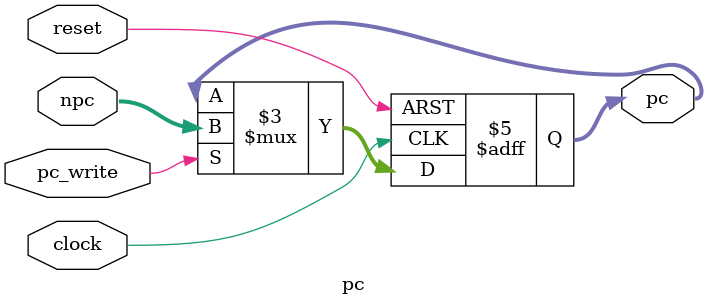
<source format=v>
module pc(pc,clock,reset,npc,pc_write);

    output reg [31:0] pc;
    input clock;
    input reset;
    input [31:0] npc;
    input pc_write;

    always @(posedge clock or negedge reset)
        begin
            if (!reset)
                pc <= 32'h00003000;
            else if (pc_write)
                pc <= npc;
        end

endmodule
</source>
